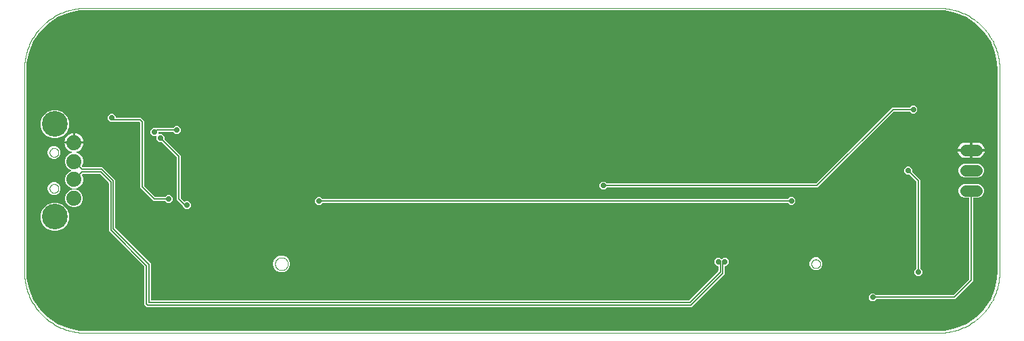
<source format=gbl>
G04 EAGLE Gerber RS-274X export*
G75*
%MOMM*%
%FSLAX34Y34*%
%LPD*%
%INBottom copper*%
%IPPOS*%
%AMOC8*
5,1,8,0,0,1.08239X$1,22.5*%
G01*
%ADD10C,0.000000*%
%ADD11C,1.879600*%
%ADD12C,3.216000*%
%ADD13C,1.422400*%
%ADD14P,0.708749X8X22.500000*%
%ADD15C,0.152400*%
%ADD16C,0.203200*%

G36*
X1143010Y2543D02*
X1143010Y2543D01*
X1143034Y2542D01*
X1150169Y2902D01*
X1150201Y2909D01*
X1150280Y2915D01*
X1164273Y5718D01*
X1164296Y5727D01*
X1164416Y5762D01*
X1177593Y11240D01*
X1177614Y11253D01*
X1177725Y11311D01*
X1189580Y19255D01*
X1189598Y19271D01*
X1189696Y19349D01*
X1199773Y29454D01*
X1199787Y29473D01*
X1199868Y29569D01*
X1207781Y41446D01*
X1207791Y41467D01*
X1207851Y41577D01*
X1213295Y54769D01*
X1213300Y54792D01*
X1213315Y54838D01*
X1213326Y54862D01*
X1213328Y54879D01*
X1213338Y54912D01*
X1216104Y68912D01*
X1216105Y68945D01*
X1216117Y69023D01*
X1216458Y76159D01*
X1216457Y76174D01*
X1216459Y76197D01*
X1216458Y77549D01*
X1216459Y77565D01*
X1216459Y328835D01*
X1216457Y328846D01*
X1216459Y330203D01*
X1216457Y330218D01*
X1216458Y330241D01*
X1216117Y337377D01*
X1216110Y337409D01*
X1216104Y337488D01*
X1213338Y351488D01*
X1213330Y351511D01*
X1213295Y351631D01*
X1207851Y364823D01*
X1207838Y364843D01*
X1207781Y364954D01*
X1199868Y376831D01*
X1199852Y376848D01*
X1199773Y376946D01*
X1189696Y387051D01*
X1189676Y387064D01*
X1189580Y387145D01*
X1177725Y395089D01*
X1177703Y395099D01*
X1177593Y395160D01*
X1164416Y400638D01*
X1164393Y400644D01*
X1164273Y400682D01*
X1150280Y403485D01*
X1150247Y403486D01*
X1150169Y403498D01*
X1143034Y403858D01*
X1143019Y403857D01*
X1142996Y403859D01*
X76200Y403859D01*
X76186Y403857D01*
X76163Y403858D01*
X69017Y403507D01*
X68985Y403500D01*
X68906Y403494D01*
X54890Y400706D01*
X54868Y400697D01*
X54748Y400662D01*
X41545Y395194D01*
X41524Y395181D01*
X41413Y395123D01*
X29531Y387184D01*
X29513Y387167D01*
X29416Y387089D01*
X19311Y376984D01*
X19297Y376965D01*
X19216Y376869D01*
X11277Y364987D01*
X11267Y364965D01*
X11206Y364855D01*
X5738Y351652D01*
X5732Y351629D01*
X5694Y351510D01*
X2906Y337494D01*
X2905Y337461D01*
X2893Y337383D01*
X2542Y330237D01*
X2543Y330223D01*
X2541Y330200D01*
X2541Y76200D01*
X2543Y76186D01*
X2542Y76163D01*
X2893Y69017D01*
X2900Y68985D01*
X2906Y68906D01*
X5694Y54890D01*
X5703Y54868D01*
X5738Y54748D01*
X11206Y41545D01*
X11219Y41524D01*
X11277Y41413D01*
X19216Y29531D01*
X19233Y29513D01*
X19264Y29474D01*
X19276Y29455D01*
X19288Y29444D01*
X19311Y29416D01*
X29416Y19311D01*
X29435Y19297D01*
X29531Y19216D01*
X41413Y11277D01*
X41435Y11267D01*
X41545Y11206D01*
X54747Y5738D01*
X54771Y5732D01*
X54890Y5694D01*
X68906Y2906D01*
X68939Y2905D01*
X69017Y2893D01*
X76163Y2542D01*
X76177Y2543D01*
X76200Y2541D01*
X1142996Y2541D01*
X1143010Y2543D01*
G37*
%LPC*%
G36*
X153282Y32257D02*
X153282Y32257D01*
X149859Y35680D01*
X149859Y82863D01*
X149845Y82953D01*
X149837Y83044D01*
X149825Y83073D01*
X149820Y83105D01*
X149777Y83186D01*
X149741Y83270D01*
X149715Y83302D01*
X149704Y83323D01*
X149681Y83345D01*
X149636Y83401D01*
X105409Y127628D01*
X105409Y187481D01*
X105395Y187571D01*
X105387Y187662D01*
X105375Y187692D01*
X105370Y187724D01*
X105327Y187805D01*
X105291Y187889D01*
X105265Y187921D01*
X105254Y187941D01*
X105231Y187964D01*
X105186Y188020D01*
X94421Y198785D01*
X94347Y198838D01*
X94277Y198898D01*
X94247Y198910D01*
X94221Y198929D01*
X94134Y198956D01*
X94049Y198990D01*
X94008Y198994D01*
X93986Y199001D01*
X93954Y199000D01*
X93882Y199008D01*
X73087Y199008D01*
X72997Y198994D01*
X72906Y198986D01*
X72876Y198974D01*
X72844Y198969D01*
X72763Y198926D01*
X72679Y198890D01*
X72647Y198864D01*
X72627Y198853D01*
X72604Y198830D01*
X72548Y198785D01*
X72066Y198303D01*
X71999Y198209D01*
X71928Y198115D01*
X71926Y198109D01*
X71923Y198103D01*
X71889Y197993D01*
X71852Y197881D01*
X71852Y197874D01*
X71850Y197868D01*
X71854Y197752D01*
X71855Y197635D01*
X71857Y197628D01*
X71857Y197623D01*
X71863Y197605D01*
X71901Y197474D01*
X73277Y194153D01*
X73277Y189707D01*
X71575Y185599D01*
X68431Y182455D01*
X64323Y180753D01*
X59877Y180753D01*
X55769Y182455D01*
X52625Y185599D01*
X50923Y189707D01*
X50923Y194153D01*
X52625Y198261D01*
X55769Y201405D01*
X58404Y202497D01*
X58465Y202535D01*
X58530Y202564D01*
X58569Y202599D01*
X58613Y202626D01*
X58659Y202682D01*
X58712Y202730D01*
X58737Y202776D01*
X58770Y202816D01*
X58796Y202883D01*
X58830Y202946D01*
X58839Y202997D01*
X58858Y203045D01*
X58861Y203117D01*
X58874Y203188D01*
X58866Y203239D01*
X58869Y203291D01*
X58849Y203360D01*
X58838Y203431D01*
X58814Y203477D01*
X58800Y203527D01*
X58759Y203586D01*
X58727Y203650D01*
X58689Y203687D01*
X58660Y203729D01*
X58602Y203772D01*
X58551Y203822D01*
X58488Y203857D01*
X58462Y203876D01*
X58440Y203883D01*
X58404Y203903D01*
X55769Y204995D01*
X52625Y208139D01*
X50923Y212247D01*
X50923Y216693D01*
X52625Y220801D01*
X55769Y223945D01*
X58948Y225262D01*
X59034Y225315D01*
X59123Y225364D01*
X59138Y225380D01*
X59157Y225392D01*
X59222Y225470D01*
X59291Y225544D01*
X59300Y225564D01*
X59314Y225581D01*
X59350Y225676D01*
X59392Y225768D01*
X59394Y225790D01*
X59402Y225811D01*
X59406Y225912D01*
X59416Y226013D01*
X59411Y226034D01*
X59412Y226056D01*
X59384Y226154D01*
X59362Y226252D01*
X59350Y226271D01*
X59344Y226293D01*
X59286Y226376D01*
X59233Y226462D01*
X59216Y226477D01*
X59204Y226495D01*
X59122Y226555D01*
X59045Y226620D01*
X59020Y226631D01*
X59006Y226642D01*
X58975Y226652D01*
X58892Y226689D01*
X57517Y227136D01*
X55843Y227989D01*
X54322Y229094D01*
X52994Y230422D01*
X51889Y231943D01*
X51036Y233617D01*
X50455Y235404D01*
X50254Y236677D01*
X61338Y236677D01*
X61358Y236680D01*
X61377Y236678D01*
X61479Y236700D01*
X61581Y236717D01*
X61598Y236726D01*
X61618Y236730D01*
X61707Y236783D01*
X61798Y236832D01*
X61812Y236846D01*
X61829Y236856D01*
X61896Y236935D01*
X61967Y237010D01*
X61976Y237028D01*
X61989Y237043D01*
X62027Y237139D01*
X62071Y237233D01*
X62073Y237253D01*
X62081Y237271D01*
X62099Y237438D01*
X62099Y238201D01*
X62101Y238201D01*
X62101Y237438D01*
X62104Y237418D01*
X62102Y237399D01*
X62124Y237297D01*
X62141Y237195D01*
X62150Y237178D01*
X62154Y237158D01*
X62207Y237069D01*
X62256Y236978D01*
X62270Y236964D01*
X62280Y236947D01*
X62359Y236880D01*
X62434Y236809D01*
X62452Y236800D01*
X62467Y236787D01*
X62563Y236748D01*
X62657Y236705D01*
X62677Y236703D01*
X62695Y236695D01*
X62862Y236677D01*
X73946Y236677D01*
X73745Y235404D01*
X73164Y233617D01*
X72311Y231943D01*
X71206Y230422D01*
X69878Y229094D01*
X68357Y227989D01*
X66683Y227136D01*
X65308Y226689D01*
X65218Y226643D01*
X65126Y226602D01*
X65109Y226587D01*
X65090Y226576D01*
X65019Y226504D01*
X64945Y226435D01*
X64934Y226416D01*
X64918Y226400D01*
X64875Y226309D01*
X64826Y226220D01*
X64822Y226198D01*
X64812Y226178D01*
X64800Y226077D01*
X64782Y225978D01*
X64785Y225956D01*
X64783Y225934D01*
X64803Y225835D01*
X64818Y225734D01*
X64828Y225715D01*
X64833Y225693D01*
X64884Y225605D01*
X64930Y225515D01*
X64945Y225500D01*
X64957Y225480D01*
X65033Y225414D01*
X65105Y225343D01*
X65129Y225330D01*
X65142Y225319D01*
X65172Y225306D01*
X65252Y225262D01*
X68431Y223945D01*
X71575Y220801D01*
X73277Y216693D01*
X73277Y212247D01*
X71901Y208926D01*
X71875Y208813D01*
X71846Y208699D01*
X71847Y208693D01*
X71845Y208687D01*
X71856Y208569D01*
X71865Y208454D01*
X71868Y208448D01*
X71868Y208442D01*
X71916Y208334D01*
X71962Y208228D01*
X71966Y208222D01*
X71968Y208217D01*
X71981Y208204D01*
X72066Y208097D01*
X72548Y207615D01*
X72622Y207562D01*
X72692Y207502D01*
X72722Y207490D01*
X72748Y207471D01*
X72835Y207444D01*
X72920Y207410D01*
X72961Y207406D01*
X72983Y207399D01*
X73015Y207400D01*
X73087Y207392D01*
X97670Y207392D01*
X113793Y191269D01*
X113793Y131416D01*
X113807Y131326D01*
X113815Y131235D01*
X113827Y131205D01*
X113832Y131173D01*
X113875Y131092D01*
X113911Y131008D01*
X113937Y130976D01*
X113948Y130956D01*
X113971Y130933D01*
X114016Y130877D01*
X158243Y86650D01*
X158243Y41402D01*
X158246Y41382D01*
X158244Y41363D01*
X158266Y41261D01*
X158282Y41159D01*
X158292Y41142D01*
X158296Y41122D01*
X158349Y41033D01*
X158398Y40942D01*
X158412Y40928D01*
X158422Y40911D01*
X158501Y40844D01*
X158576Y40772D01*
X158594Y40764D01*
X158609Y40751D01*
X158705Y40712D01*
X158799Y40669D01*
X158819Y40667D01*
X158837Y40659D01*
X159004Y40641D01*
X830482Y40641D01*
X830572Y40655D01*
X830663Y40663D01*
X830693Y40675D01*
X830725Y40680D01*
X830806Y40723D01*
X830890Y40759D01*
X830922Y40785D01*
X830942Y40796D01*
X830965Y40819D01*
X831021Y40864D01*
X867186Y77029D01*
X867239Y77103D01*
X867299Y77173D01*
X867311Y77203D01*
X867330Y77229D01*
X867357Y77316D01*
X867391Y77401D01*
X867395Y77442D01*
X867402Y77464D01*
X867401Y77496D01*
X867409Y77568D01*
X867409Y83086D01*
X867406Y83106D01*
X867408Y83125D01*
X867386Y83227D01*
X867370Y83329D01*
X867360Y83346D01*
X867356Y83366D01*
X867303Y83455D01*
X867254Y83546D01*
X867240Y83560D01*
X867230Y83577D01*
X867151Y83644D01*
X867076Y83716D01*
X867058Y83724D01*
X867043Y83737D01*
X866947Y83776D01*
X866853Y83819D01*
X866833Y83821D01*
X866815Y83829D01*
X866648Y83847D01*
X865345Y83847D01*
X862385Y86807D01*
X862385Y90993D01*
X865345Y93953D01*
X869531Y93953D01*
X871063Y92421D01*
X871079Y92409D01*
X871091Y92394D01*
X871179Y92338D01*
X871262Y92277D01*
X871281Y92272D01*
X871298Y92261D01*
X871399Y92235D01*
X871498Y92205D01*
X871517Y92206D01*
X871537Y92201D01*
X871640Y92209D01*
X871743Y92211D01*
X871762Y92218D01*
X871782Y92220D01*
X871877Y92260D01*
X871974Y92296D01*
X871990Y92308D01*
X872008Y92316D01*
X872139Y92421D01*
X873671Y93953D01*
X877857Y93953D01*
X880817Y90993D01*
X880817Y86807D01*
X877857Y83847D01*
X876554Y83847D01*
X876534Y83844D01*
X876515Y83846D01*
X876413Y83824D01*
X876311Y83808D01*
X876294Y83798D01*
X876274Y83794D01*
X876185Y83741D01*
X876094Y83692D01*
X876080Y83678D01*
X876063Y83668D01*
X875996Y83589D01*
X875924Y83514D01*
X875916Y83496D01*
X875903Y83481D01*
X875864Y83385D01*
X875821Y83291D01*
X875819Y83271D01*
X875811Y83253D01*
X875793Y83086D01*
X875793Y73780D01*
X834270Y32257D01*
X153282Y32257D01*
G37*
%LPD*%
%LPC*%
G36*
X366312Y160301D02*
X366312Y160301D01*
X363501Y163112D01*
X363501Y167088D01*
X366312Y169899D01*
X370288Y169899D01*
X372323Y167864D01*
X372397Y167811D01*
X372466Y167751D01*
X372496Y167739D01*
X372522Y167720D01*
X372609Y167693D01*
X372694Y167659D01*
X372735Y167655D01*
X372758Y167648D01*
X372790Y167649D01*
X372861Y167641D01*
X954289Y167641D01*
X954379Y167655D01*
X954470Y167663D01*
X954500Y167675D01*
X954532Y167680D01*
X954612Y167723D01*
X954696Y167759D01*
X954728Y167785D01*
X954749Y167796D01*
X954771Y167819D01*
X954827Y167864D01*
X956862Y169899D01*
X960838Y169899D01*
X963649Y167088D01*
X963649Y163112D01*
X960838Y160301D01*
X956862Y160301D01*
X954827Y162336D01*
X954753Y162389D01*
X954684Y162449D01*
X954654Y162461D01*
X954628Y162480D01*
X954541Y162507D01*
X954456Y162541D01*
X954415Y162545D01*
X954392Y162552D01*
X954360Y162551D01*
X954289Y162559D01*
X372861Y162559D01*
X372771Y162545D01*
X372680Y162537D01*
X372650Y162525D01*
X372618Y162520D01*
X372538Y162477D01*
X372454Y162441D01*
X372422Y162415D01*
X372401Y162404D01*
X372379Y162381D01*
X372323Y162336D01*
X370288Y160301D01*
X366312Y160301D01*
G37*
%LPD*%
%LPC*%
G36*
X721912Y179351D02*
X721912Y179351D01*
X719101Y182162D01*
X719101Y186138D01*
X721912Y188949D01*
X725888Y188949D01*
X727923Y186914D01*
X727997Y186861D01*
X728066Y186801D01*
X728096Y186789D01*
X728122Y186770D01*
X728209Y186743D01*
X728294Y186709D01*
X728335Y186705D01*
X728358Y186698D01*
X728390Y186699D01*
X728461Y186691D01*
X989232Y186691D01*
X989322Y186705D01*
X989413Y186713D01*
X989443Y186725D01*
X989475Y186730D01*
X989556Y186773D01*
X989640Y186809D01*
X989672Y186835D01*
X989692Y186846D01*
X989715Y186869D01*
X989771Y186914D01*
X1084798Y281941D01*
X1106689Y281941D01*
X1106779Y281955D01*
X1106870Y281963D01*
X1106900Y281975D01*
X1106932Y281980D01*
X1107012Y282023D01*
X1107096Y282059D01*
X1107128Y282085D01*
X1107149Y282096D01*
X1107171Y282119D01*
X1107227Y282164D01*
X1109262Y284199D01*
X1113238Y284199D01*
X1116049Y281388D01*
X1116049Y277412D01*
X1113238Y274601D01*
X1109262Y274601D01*
X1107227Y276636D01*
X1107153Y276689D01*
X1107084Y276749D01*
X1107054Y276761D01*
X1107028Y276780D01*
X1106941Y276807D01*
X1106856Y276841D01*
X1106815Y276845D01*
X1106792Y276852D01*
X1106760Y276851D01*
X1106689Y276859D01*
X1087218Y276859D01*
X1087128Y276845D01*
X1087037Y276837D01*
X1087007Y276825D01*
X1086975Y276820D01*
X1086894Y276777D01*
X1086810Y276741D01*
X1086778Y276715D01*
X1086758Y276704D01*
X1086735Y276681D01*
X1086679Y276636D01*
X991652Y181609D01*
X728461Y181609D01*
X728371Y181595D01*
X728280Y181587D01*
X728250Y181575D01*
X728218Y181570D01*
X728138Y181527D01*
X728054Y181491D01*
X728021Y181465D01*
X728001Y181454D01*
X727979Y181431D01*
X727923Y181386D01*
X725888Y179351D01*
X721912Y179351D01*
G37*
%LPD*%
%LPC*%
G36*
X1058462Y39651D02*
X1058462Y39651D01*
X1055651Y42462D01*
X1055651Y46438D01*
X1058462Y49249D01*
X1062438Y49249D01*
X1064473Y47214D01*
X1064547Y47161D01*
X1064616Y47101D01*
X1064646Y47089D01*
X1064672Y47070D01*
X1064759Y47043D01*
X1064844Y47009D01*
X1064885Y47005D01*
X1064908Y46998D01*
X1064940Y46999D01*
X1065011Y46991D01*
X1160682Y46991D01*
X1160772Y47005D01*
X1160863Y47013D01*
X1160893Y47025D01*
X1160925Y47030D01*
X1161006Y47073D01*
X1161090Y47109D01*
X1161122Y47135D01*
X1161142Y47146D01*
X1161165Y47169D01*
X1161221Y47214D01*
X1180876Y66869D01*
X1180929Y66943D01*
X1180989Y67013D01*
X1181001Y67043D01*
X1181020Y67069D01*
X1181047Y67156D01*
X1181081Y67241D01*
X1181085Y67282D01*
X1181092Y67304D01*
X1181091Y67336D01*
X1181099Y67408D01*
X1181099Y168402D01*
X1181096Y168422D01*
X1181098Y168441D01*
X1181076Y168543D01*
X1181060Y168645D01*
X1181050Y168662D01*
X1181046Y168682D01*
X1180993Y168771D01*
X1180944Y168862D01*
X1180930Y168876D01*
X1180920Y168893D01*
X1180841Y168960D01*
X1180766Y169032D01*
X1180748Y169040D01*
X1180733Y169053D01*
X1180637Y169092D01*
X1180543Y169135D01*
X1180523Y169137D01*
X1180505Y169145D01*
X1180338Y169163D01*
X1174810Y169163D01*
X1171636Y170478D01*
X1169206Y172908D01*
X1167891Y176082D01*
X1167891Y179518D01*
X1169206Y182692D01*
X1171636Y185122D01*
X1174810Y186437D01*
X1192470Y186437D01*
X1195644Y185122D01*
X1198074Y182692D01*
X1199389Y179518D01*
X1199389Y176082D01*
X1198074Y172908D01*
X1195644Y170478D01*
X1192470Y169163D01*
X1186942Y169163D01*
X1186922Y169160D01*
X1186903Y169162D01*
X1186801Y169140D01*
X1186699Y169124D01*
X1186682Y169114D01*
X1186662Y169110D01*
X1186573Y169057D01*
X1186482Y169008D01*
X1186468Y168994D01*
X1186451Y168984D01*
X1186384Y168905D01*
X1186312Y168830D01*
X1186304Y168812D01*
X1186291Y168797D01*
X1186252Y168701D01*
X1186209Y168607D01*
X1186207Y168587D01*
X1186199Y168569D01*
X1186181Y168402D01*
X1186181Y64988D01*
X1163102Y41909D01*
X1065011Y41909D01*
X1064921Y41895D01*
X1064830Y41887D01*
X1064800Y41875D01*
X1064768Y41870D01*
X1064688Y41827D01*
X1064604Y41791D01*
X1064571Y41765D01*
X1064551Y41754D01*
X1064529Y41731D01*
X1064473Y41686D01*
X1062438Y39651D01*
X1058462Y39651D01*
G37*
%LPD*%
%LPC*%
G36*
X34598Y243595D02*
X34598Y243595D01*
X28128Y246275D01*
X23175Y251228D01*
X20495Y257698D01*
X20495Y264702D01*
X23175Y271172D01*
X28128Y276125D01*
X34598Y278805D01*
X41602Y278805D01*
X48072Y276125D01*
X53025Y271172D01*
X55705Y264702D01*
X55705Y257698D01*
X53025Y251228D01*
X48072Y246275D01*
X41602Y243595D01*
X34598Y243595D01*
G37*
%LPD*%
%LPC*%
G36*
X34598Y127595D02*
X34598Y127595D01*
X28128Y130275D01*
X23175Y135228D01*
X20495Y141698D01*
X20495Y148702D01*
X23175Y155172D01*
X28128Y160125D01*
X34598Y162805D01*
X41602Y162805D01*
X48072Y160125D01*
X53025Y155172D01*
X55705Y148702D01*
X55705Y141698D01*
X53025Y135228D01*
X48072Y130275D01*
X41602Y127595D01*
X34598Y127595D01*
G37*
%LPD*%
%LPC*%
G36*
X178352Y162841D02*
X178352Y162841D01*
X176063Y165130D01*
X175989Y165183D01*
X175920Y165243D01*
X175890Y165255D01*
X175864Y165274D01*
X175777Y165301D01*
X175692Y165335D01*
X175651Y165339D01*
X175628Y165346D01*
X175596Y165345D01*
X175525Y165353D01*
X161613Y165353D01*
X145033Y181933D01*
X145033Y262897D01*
X145031Y262913D01*
X145032Y262928D01*
X145018Y262993D01*
X145011Y263078D01*
X144999Y263108D01*
X144994Y263140D01*
X144981Y263164D01*
X144980Y263168D01*
X144970Y263185D01*
X144951Y263221D01*
X144915Y263305D01*
X144889Y263337D01*
X144878Y263358D01*
X144855Y263380D01*
X144810Y263436D01*
X144056Y264190D01*
X143982Y264243D01*
X143912Y264303D01*
X143882Y264315D01*
X143856Y264334D01*
X143769Y264361D01*
X143684Y264395D01*
X143643Y264399D01*
X143621Y264406D01*
X143589Y264405D01*
X143518Y264413D01*
X110660Y264413D01*
X110636Y264423D01*
X110595Y264427D01*
X110573Y264434D01*
X110541Y264433D01*
X110469Y264441D01*
X107232Y264441D01*
X104421Y267252D01*
X104421Y271228D01*
X107232Y274039D01*
X111208Y274039D01*
X114019Y271228D01*
X114019Y269748D01*
X114022Y269728D01*
X114020Y269709D01*
X114042Y269607D01*
X114058Y269505D01*
X114068Y269488D01*
X114072Y269468D01*
X114125Y269379D01*
X114174Y269288D01*
X114188Y269274D01*
X114198Y269257D01*
X114277Y269190D01*
X114352Y269118D01*
X114370Y269110D01*
X114385Y269097D01*
X114481Y269058D01*
X114575Y269015D01*
X114595Y269013D01*
X114613Y269005D01*
X114780Y268987D01*
X145727Y268987D01*
X147290Y267424D01*
X149607Y265107D01*
X149607Y184143D01*
X149621Y184052D01*
X149629Y183962D01*
X149641Y183932D01*
X149646Y183900D01*
X149689Y183819D01*
X149725Y183735D01*
X149751Y183703D01*
X149762Y183682D01*
X149785Y183660D01*
X149830Y183604D01*
X163284Y170150D01*
X163358Y170097D01*
X163428Y170037D01*
X163458Y170025D01*
X163484Y170006D01*
X163571Y169979D01*
X163656Y169945D01*
X163697Y169941D01*
X163719Y169934D01*
X163751Y169935D01*
X163823Y169927D01*
X175525Y169927D01*
X175615Y169941D01*
X175706Y169949D01*
X175736Y169961D01*
X175768Y169966D01*
X175848Y170009D01*
X175932Y170045D01*
X175964Y170071D01*
X175985Y170082D01*
X176007Y170105D01*
X176063Y170150D01*
X178352Y172439D01*
X182328Y172439D01*
X185139Y169628D01*
X185139Y165652D01*
X182328Y162841D01*
X178352Y162841D01*
G37*
%LPD*%
%LPC*%
G36*
X201212Y155221D02*
X201212Y155221D01*
X198401Y158032D01*
X198401Y158729D01*
X198387Y158820D01*
X198379Y158910D01*
X198367Y158940D01*
X198362Y158972D01*
X198319Y159053D01*
X198283Y159137D01*
X198257Y159169D01*
X198246Y159190D01*
X198223Y159212D01*
X198178Y159268D01*
X190753Y166693D01*
X190753Y219717D01*
X190739Y219808D01*
X190731Y219898D01*
X190719Y219928D01*
X190714Y219960D01*
X190671Y220041D01*
X190635Y220125D01*
X190609Y220157D01*
X190598Y220178D01*
X190575Y220200D01*
X190530Y220256D01*
X171968Y238818D01*
X171894Y238871D01*
X171824Y238931D01*
X171794Y238943D01*
X171768Y238962D01*
X171681Y238989D01*
X171596Y239023D01*
X171555Y239027D01*
X171533Y239034D01*
X171501Y239033D01*
X171429Y239041D01*
X168192Y239041D01*
X165381Y241852D01*
X165381Y245900D01*
X165378Y245920D01*
X165380Y245939D01*
X165358Y246041D01*
X165342Y246143D01*
X165332Y246160D01*
X165328Y246180D01*
X165275Y246269D01*
X165226Y246360D01*
X165212Y246374D01*
X165202Y246391D01*
X165123Y246458D01*
X165048Y246530D01*
X165030Y246538D01*
X165015Y246551D01*
X164919Y246590D01*
X164825Y246633D01*
X164805Y246635D01*
X164787Y246643D01*
X164620Y246661D01*
X160572Y246661D01*
X157761Y249472D01*
X157761Y253448D01*
X160572Y256259D01*
X163809Y256259D01*
X163900Y256273D01*
X163990Y256281D01*
X164005Y256287D01*
X185685Y256287D01*
X185775Y256301D01*
X185866Y256309D01*
X185896Y256321D01*
X185928Y256326D01*
X186008Y256369D01*
X186092Y256405D01*
X186124Y256431D01*
X186145Y256442D01*
X186167Y256465D01*
X186223Y256510D01*
X188512Y258799D01*
X192488Y258799D01*
X195299Y255988D01*
X195299Y252012D01*
X192488Y249201D01*
X188512Y249201D01*
X186223Y251490D01*
X186149Y251543D01*
X186080Y251603D01*
X186050Y251615D01*
X186024Y251634D01*
X185937Y251661D01*
X185852Y251695D01*
X185811Y251699D01*
X185788Y251706D01*
X185756Y251705D01*
X185685Y251713D01*
X168120Y251713D01*
X168100Y251710D01*
X168081Y251712D01*
X167979Y251690D01*
X167877Y251674D01*
X167860Y251664D01*
X167840Y251660D01*
X167751Y251607D01*
X167660Y251558D01*
X167646Y251544D01*
X167629Y251534D01*
X167562Y251455D01*
X167490Y251380D01*
X167482Y251362D01*
X167469Y251347D01*
X167430Y251251D01*
X167387Y251157D01*
X167385Y251137D01*
X167377Y251119D01*
X167359Y250952D01*
X167359Y249400D01*
X167362Y249380D01*
X167360Y249361D01*
X167382Y249259D01*
X167398Y249157D01*
X167408Y249140D01*
X167412Y249120D01*
X167465Y249031D01*
X167514Y248940D01*
X167528Y248926D01*
X167538Y248909D01*
X167617Y248842D01*
X167692Y248770D01*
X167710Y248762D01*
X167725Y248749D01*
X167821Y248710D01*
X167915Y248667D01*
X167935Y248665D01*
X167953Y248657D01*
X168120Y248639D01*
X172168Y248639D01*
X174979Y245828D01*
X174979Y242591D01*
X174993Y242500D01*
X175001Y242410D01*
X175013Y242380D01*
X175018Y242348D01*
X175061Y242267D01*
X175097Y242183D01*
X175123Y242151D01*
X175134Y242130D01*
X175157Y242108D01*
X175202Y242052D01*
X195327Y221927D01*
X195327Y168903D01*
X195341Y168812D01*
X195349Y168722D01*
X195361Y168692D01*
X195366Y168660D01*
X195409Y168579D01*
X195445Y168495D01*
X195471Y168463D01*
X195482Y168442D01*
X195505Y168420D01*
X195550Y168364D01*
X199615Y164298D01*
X199632Y164287D01*
X199644Y164271D01*
X199731Y164215D01*
X199815Y164155D01*
X199834Y164149D01*
X199851Y164138D01*
X199951Y164113D01*
X200050Y164083D01*
X200070Y164083D01*
X200090Y164078D01*
X200193Y164086D01*
X200296Y164089D01*
X200315Y164096D01*
X200335Y164097D01*
X200430Y164138D01*
X200527Y164173D01*
X200543Y164186D01*
X200561Y164194D01*
X200692Y164298D01*
X201212Y164819D01*
X205188Y164819D01*
X207999Y162008D01*
X207999Y158032D01*
X205188Y155221D01*
X201212Y155221D01*
G37*
%LPD*%
%LPC*%
G36*
X1115612Y71401D02*
X1115612Y71401D01*
X1112801Y74212D01*
X1112801Y78188D01*
X1115090Y80477D01*
X1115143Y80551D01*
X1115203Y80620D01*
X1115215Y80650D01*
X1115234Y80676D01*
X1115261Y80763D01*
X1115295Y80848D01*
X1115299Y80889D01*
X1115306Y80912D01*
X1115305Y80944D01*
X1115313Y81015D01*
X1115313Y189237D01*
X1115299Y189328D01*
X1115291Y189418D01*
X1115279Y189448D01*
X1115274Y189480D01*
X1115231Y189561D01*
X1115195Y189645D01*
X1115169Y189677D01*
X1115158Y189698D01*
X1115135Y189720D01*
X1115090Y189776D01*
X1106688Y198178D01*
X1106614Y198231D01*
X1106544Y198291D01*
X1106514Y198303D01*
X1106488Y198322D01*
X1106401Y198349D01*
X1106316Y198383D01*
X1106275Y198387D01*
X1106253Y198394D01*
X1106221Y198393D01*
X1106149Y198401D01*
X1102912Y198401D01*
X1100101Y201212D01*
X1100101Y205188D01*
X1102912Y207999D01*
X1106888Y207999D01*
X1109699Y205188D01*
X1109699Y201951D01*
X1109713Y201860D01*
X1109721Y201770D01*
X1109733Y201740D01*
X1109738Y201708D01*
X1109781Y201627D01*
X1109817Y201543D01*
X1109843Y201511D01*
X1109854Y201490D01*
X1109877Y201468D01*
X1109922Y201412D01*
X1119887Y191447D01*
X1119887Y81015D01*
X1119901Y80925D01*
X1119909Y80834D01*
X1119921Y80804D01*
X1119926Y80772D01*
X1119969Y80692D01*
X1120005Y80608D01*
X1120031Y80576D01*
X1120042Y80555D01*
X1120065Y80533D01*
X1120110Y80477D01*
X1122399Y78188D01*
X1122399Y74212D01*
X1119588Y71401D01*
X1115612Y71401D01*
G37*
%LPD*%
%LPC*%
G36*
X1174810Y194563D02*
X1174810Y194563D01*
X1171636Y195878D01*
X1169206Y198308D01*
X1167891Y201482D01*
X1167891Y204918D01*
X1169206Y208092D01*
X1171636Y210522D01*
X1174810Y211837D01*
X1192470Y211837D01*
X1195644Y210522D01*
X1198074Y208092D01*
X1199389Y204918D01*
X1199389Y201482D01*
X1198074Y198308D01*
X1195644Y195878D01*
X1192470Y194563D01*
X1174810Y194563D01*
G37*
%LPD*%
%LPC*%
G36*
X59927Y157277D02*
X59927Y157277D01*
X55913Y158940D01*
X52840Y162013D01*
X51177Y166027D01*
X51177Y170373D01*
X52840Y174387D01*
X55913Y177460D01*
X59927Y179123D01*
X64273Y179123D01*
X68287Y177460D01*
X71360Y174387D01*
X73023Y170373D01*
X73023Y166027D01*
X71360Y162013D01*
X68287Y158940D01*
X64273Y157277D01*
X59927Y157277D01*
G37*
%LPD*%
%LPC*%
G36*
X319383Y75819D02*
X319383Y75819D01*
X315509Y77424D01*
X312544Y80389D01*
X310939Y84263D01*
X310939Y88457D01*
X312544Y92331D01*
X315509Y95296D01*
X319383Y96901D01*
X323577Y96901D01*
X327451Y95296D01*
X330416Y92331D01*
X332021Y88457D01*
X332021Y84263D01*
X330416Y80389D01*
X327451Y77424D01*
X323577Y75819D01*
X319383Y75819D01*
G37*
%LPD*%
%LPC*%
G36*
X987881Y78319D02*
X987881Y78319D01*
X984925Y79543D01*
X982663Y81805D01*
X981439Y84761D01*
X981439Y87959D01*
X982663Y90915D01*
X984925Y93177D01*
X987881Y94401D01*
X991079Y94401D01*
X994035Y93177D01*
X996297Y90915D01*
X997521Y87959D01*
X997521Y84761D01*
X996297Y81805D01*
X994035Y79543D01*
X991079Y78319D01*
X987881Y78319D01*
G37*
%LPD*%
%LPC*%
G36*
X35501Y172659D02*
X35501Y172659D01*
X32545Y173883D01*
X30283Y176145D01*
X29059Y179101D01*
X29059Y182299D01*
X30283Y185255D01*
X32545Y187517D01*
X35501Y188741D01*
X38699Y188741D01*
X41655Y187517D01*
X43917Y185255D01*
X45141Y182299D01*
X45141Y179101D01*
X43917Y176145D01*
X41655Y173883D01*
X38699Y172659D01*
X35501Y172659D01*
G37*
%LPD*%
%LPC*%
G36*
X35501Y217659D02*
X35501Y217659D01*
X32545Y218883D01*
X30283Y221145D01*
X29059Y224101D01*
X29059Y227299D01*
X30283Y230255D01*
X32545Y232517D01*
X35501Y233741D01*
X38699Y233741D01*
X41655Y232517D01*
X43917Y230255D01*
X45141Y227299D01*
X45141Y224101D01*
X43917Y221145D01*
X41655Y218883D01*
X38699Y217659D01*
X35501Y217659D01*
G37*
%LPD*%
%LPC*%
G36*
X1185163Y230123D02*
X1185163Y230123D01*
X1185163Y238253D01*
X1191512Y238253D01*
X1193012Y238015D01*
X1194457Y237546D01*
X1195811Y236856D01*
X1197040Y235963D01*
X1198115Y234888D01*
X1199008Y233659D01*
X1199698Y232305D01*
X1200167Y230860D01*
X1200284Y230123D01*
X1185163Y230123D01*
G37*
%LPD*%
%LPC*%
G36*
X1166996Y230123D02*
X1166996Y230123D01*
X1167113Y230860D01*
X1167582Y232305D01*
X1168272Y233659D01*
X1169165Y234888D01*
X1170240Y235963D01*
X1171469Y236856D01*
X1172823Y237546D01*
X1174268Y238015D01*
X1175768Y238253D01*
X1182117Y238253D01*
X1182117Y230123D01*
X1166996Y230123D01*
G37*
%LPD*%
%LPC*%
G36*
X1185163Y218947D02*
X1185163Y218947D01*
X1185163Y227077D01*
X1200284Y227077D01*
X1200167Y226340D01*
X1199698Y224895D01*
X1199008Y223541D01*
X1198115Y222312D01*
X1197040Y221237D01*
X1195811Y220344D01*
X1194457Y219654D01*
X1193012Y219185D01*
X1191512Y218947D01*
X1185163Y218947D01*
G37*
%LPD*%
%LPC*%
G36*
X1175768Y218947D02*
X1175768Y218947D01*
X1174268Y219185D01*
X1172823Y219654D01*
X1171469Y220344D01*
X1170240Y221237D01*
X1169165Y222312D01*
X1168272Y223541D01*
X1167582Y224895D01*
X1167113Y226340D01*
X1166996Y227077D01*
X1182117Y227077D01*
X1182117Y218947D01*
X1175768Y218947D01*
G37*
%LPD*%
%LPC*%
G36*
X63623Y239723D02*
X63623Y239723D01*
X63623Y250046D01*
X64896Y249845D01*
X66683Y249264D01*
X68357Y248411D01*
X69878Y247306D01*
X71206Y245978D01*
X72311Y244457D01*
X73164Y242783D01*
X73745Y240996D01*
X73946Y239723D01*
X63623Y239723D01*
G37*
%LPD*%
%LPC*%
G36*
X50254Y239723D02*
X50254Y239723D01*
X50455Y240996D01*
X51036Y242783D01*
X51889Y244457D01*
X52994Y245978D01*
X54322Y247306D01*
X55843Y248411D01*
X57517Y249264D01*
X59304Y249845D01*
X60577Y250046D01*
X60577Y239723D01*
X50254Y239723D01*
G37*
%LPD*%
%LPC*%
G36*
X1183639Y228599D02*
X1183639Y228599D01*
X1183639Y228601D01*
X1183641Y228601D01*
X1183641Y228599D01*
X1183639Y228599D01*
G37*
%LPD*%
D10*
X76200Y0D02*
X1143000Y0D01*
X1219000Y76200D02*
X1219000Y330200D01*
X1143000Y406400D02*
X76200Y406400D01*
X0Y330200D02*
X0Y76200D01*
X22Y74359D01*
X89Y72519D01*
X200Y70680D01*
X356Y68846D01*
X556Y67015D01*
X800Y65190D01*
X1088Y63371D01*
X1420Y61560D01*
X1795Y59757D01*
X2214Y57964D01*
X2676Y56182D01*
X3182Y54411D01*
X3729Y52653D01*
X4320Y50909D01*
X4952Y49179D01*
X5625Y47465D01*
X6340Y45768D01*
X7096Y44089D01*
X7892Y42429D01*
X8728Y40788D01*
X9604Y39168D01*
X10518Y37570D01*
X11471Y35994D01*
X12461Y34441D01*
X13489Y32913D01*
X14553Y31411D01*
X15653Y29934D01*
X16789Y28485D01*
X17959Y27063D01*
X19163Y25670D01*
X20401Y24307D01*
X21671Y22973D01*
X22973Y21671D01*
X24307Y20401D01*
X25670Y19163D01*
X27063Y17959D01*
X28485Y16789D01*
X29934Y15653D01*
X31411Y14553D01*
X32913Y13489D01*
X34441Y12461D01*
X35994Y11471D01*
X37570Y10518D01*
X39168Y9604D01*
X40788Y8728D01*
X42429Y7892D01*
X44089Y7096D01*
X45768Y6340D01*
X47465Y5625D01*
X49179Y4952D01*
X50909Y4320D01*
X52653Y3729D01*
X54411Y3182D01*
X56182Y2676D01*
X57964Y2214D01*
X59757Y1795D01*
X61560Y1420D01*
X63371Y1088D01*
X65190Y800D01*
X67015Y556D01*
X68846Y356D01*
X70680Y200D01*
X72519Y89D01*
X74359Y22D01*
X76200Y0D01*
X0Y330200D02*
X22Y332041D01*
X89Y333881D01*
X200Y335720D01*
X356Y337554D01*
X556Y339385D01*
X800Y341210D01*
X1088Y343029D01*
X1420Y344840D01*
X1795Y346643D01*
X2214Y348436D01*
X2676Y350218D01*
X3182Y351989D01*
X3729Y353747D01*
X4320Y355491D01*
X4952Y357221D01*
X5625Y358935D01*
X6340Y360632D01*
X7096Y362311D01*
X7892Y363971D01*
X8728Y365612D01*
X9604Y367232D01*
X10518Y368830D01*
X11471Y370406D01*
X12461Y371959D01*
X13489Y373487D01*
X14553Y374989D01*
X15653Y376466D01*
X16789Y377915D01*
X17959Y379337D01*
X19163Y380730D01*
X20401Y382093D01*
X21671Y383427D01*
X22973Y384729D01*
X24307Y385999D01*
X25670Y387237D01*
X27063Y388441D01*
X28485Y389611D01*
X29934Y390747D01*
X31411Y391847D01*
X32913Y392911D01*
X34441Y393939D01*
X35994Y394929D01*
X37570Y395882D01*
X39168Y396796D01*
X40788Y397672D01*
X42429Y398508D01*
X44089Y399304D01*
X45768Y400060D01*
X47465Y400775D01*
X49179Y401448D01*
X50909Y402080D01*
X52653Y402671D01*
X54411Y403218D01*
X56182Y403724D01*
X57964Y404186D01*
X59757Y404605D01*
X61560Y404980D01*
X63371Y405312D01*
X65190Y405600D01*
X67015Y405844D01*
X68846Y406044D01*
X70680Y406200D01*
X72519Y406311D01*
X74359Y406378D01*
X76200Y406400D01*
X1143000Y406400D02*
X1144839Y406375D01*
X1146677Y406306D01*
X1148512Y406193D01*
X1150344Y406035D01*
X1152172Y405833D01*
X1153995Y405587D01*
X1155811Y405297D01*
X1157619Y404963D01*
X1159419Y404586D01*
X1161209Y404165D01*
X1162989Y403701D01*
X1164756Y403194D01*
X1166511Y402644D01*
X1168252Y402053D01*
X1169979Y401419D01*
X1171690Y400744D01*
X1173383Y400028D01*
X1175059Y399271D01*
X1176716Y398474D01*
X1178354Y397637D01*
X1179971Y396760D01*
X1181566Y395845D01*
X1183138Y394892D01*
X1184687Y393901D01*
X1186212Y392872D01*
X1187711Y391807D01*
X1189184Y390707D01*
X1190631Y389571D01*
X1192049Y388400D01*
X1193438Y387195D01*
X1194798Y385957D01*
X1196128Y384687D01*
X1197427Y383385D01*
X1198694Y382052D01*
X1199928Y380689D01*
X1201129Y379296D01*
X1202296Y377875D01*
X1203428Y376426D01*
X1204525Y374950D01*
X1205586Y373447D01*
X1206610Y371920D01*
X1207597Y370368D01*
X1208547Y368793D01*
X1209458Y367196D01*
X1210330Y365577D01*
X1211162Y363937D01*
X1211955Y362278D01*
X1212708Y360600D01*
X1213420Y358904D01*
X1214090Y357192D01*
X1214719Y355464D01*
X1215306Y353721D01*
X1215851Y351965D01*
X1216353Y350196D01*
X1216813Y348415D01*
X1217229Y346624D01*
X1217601Y344823D01*
X1217931Y343013D01*
X1218216Y341197D01*
X1218457Y339374D01*
X1218654Y337545D01*
X1218807Y335713D01*
X1218916Y333877D01*
X1218980Y332039D01*
X1219000Y330200D01*
X1219000Y76200D02*
X1218980Y74361D01*
X1218916Y72523D01*
X1218807Y70687D01*
X1218654Y68855D01*
X1218457Y67026D01*
X1218216Y65203D01*
X1217931Y63387D01*
X1217601Y61577D01*
X1217229Y59776D01*
X1216813Y57985D01*
X1216353Y56204D01*
X1215851Y54435D01*
X1215306Y52679D01*
X1214719Y50936D01*
X1214090Y49208D01*
X1213420Y47496D01*
X1212708Y45800D01*
X1211955Y44122D01*
X1211162Y42463D01*
X1210330Y40823D01*
X1209458Y39204D01*
X1208547Y37607D01*
X1207597Y36032D01*
X1206610Y34480D01*
X1205586Y32953D01*
X1204525Y31450D01*
X1203428Y29974D01*
X1202296Y28525D01*
X1201129Y27104D01*
X1199928Y25711D01*
X1198694Y24348D01*
X1197427Y23015D01*
X1196128Y21713D01*
X1194798Y20443D01*
X1193438Y19205D01*
X1192049Y18000D01*
X1190631Y16829D01*
X1189184Y15693D01*
X1187711Y14593D01*
X1186212Y13528D01*
X1184687Y12499D01*
X1183138Y11508D01*
X1181566Y10555D01*
X1179971Y9640D01*
X1178354Y8763D01*
X1176716Y7926D01*
X1175059Y7129D01*
X1173383Y6372D01*
X1171690Y5656D01*
X1169979Y4981D01*
X1168252Y4347D01*
X1166511Y3756D01*
X1164756Y3206D01*
X1162989Y2699D01*
X1161209Y2235D01*
X1159419Y1814D01*
X1157619Y1437D01*
X1155811Y1103D01*
X1153995Y813D01*
X1152172Y567D01*
X1150344Y365D01*
X1148512Y207D01*
X1146677Y94D01*
X1144839Y25D01*
X1143000Y0D01*
D11*
X62100Y238200D03*
X62100Y214470D03*
X62100Y191930D03*
X62100Y168200D03*
D12*
X38100Y145200D03*
X38100Y261200D03*
D10*
X31600Y225700D02*
X31602Y225848D01*
X31608Y225996D01*
X31618Y226144D01*
X31632Y226292D01*
X31650Y226439D01*
X31672Y226586D01*
X31698Y226732D01*
X31727Y226877D01*
X31761Y227022D01*
X31799Y227165D01*
X31840Y227308D01*
X31885Y227449D01*
X31935Y227589D01*
X31987Y227727D01*
X32044Y227865D01*
X32104Y228000D01*
X32168Y228134D01*
X32235Y228266D01*
X32306Y228396D01*
X32381Y228525D01*
X32459Y228651D01*
X32540Y228775D01*
X32624Y228897D01*
X32712Y229016D01*
X32803Y229133D01*
X32897Y229248D01*
X32995Y229360D01*
X33095Y229469D01*
X33198Y229576D01*
X33304Y229680D01*
X33412Y229781D01*
X33524Y229879D01*
X33638Y229974D01*
X33754Y230065D01*
X33873Y230154D01*
X33994Y230239D01*
X34118Y230321D01*
X34244Y230400D01*
X34371Y230475D01*
X34501Y230547D01*
X34633Y230616D01*
X34766Y230680D01*
X34901Y230741D01*
X35038Y230799D01*
X35176Y230853D01*
X35316Y230903D01*
X35457Y230949D01*
X35599Y230991D01*
X35742Y231030D01*
X35886Y231064D01*
X36032Y231095D01*
X36177Y231122D01*
X36324Y231145D01*
X36471Y231164D01*
X36619Y231179D01*
X36766Y231190D01*
X36915Y231197D01*
X37063Y231200D01*
X37211Y231199D01*
X37359Y231194D01*
X37507Y231185D01*
X37655Y231172D01*
X37803Y231155D01*
X37949Y231134D01*
X38096Y231109D01*
X38241Y231080D01*
X38386Y231048D01*
X38529Y231011D01*
X38672Y230971D01*
X38814Y230926D01*
X38954Y230878D01*
X39093Y230826D01*
X39230Y230771D01*
X39366Y230711D01*
X39501Y230648D01*
X39633Y230582D01*
X39764Y230512D01*
X39893Y230438D01*
X40019Y230361D01*
X40144Y230281D01*
X40266Y230197D01*
X40387Y230110D01*
X40504Y230020D01*
X40620Y229926D01*
X40732Y229830D01*
X40842Y229731D01*
X40950Y229628D01*
X41054Y229523D01*
X41156Y229415D01*
X41254Y229304D01*
X41350Y229191D01*
X41443Y229075D01*
X41532Y228957D01*
X41618Y228836D01*
X41701Y228713D01*
X41781Y228588D01*
X41857Y228461D01*
X41930Y228331D01*
X41999Y228200D01*
X42064Y228067D01*
X42127Y227933D01*
X42185Y227796D01*
X42240Y227658D01*
X42290Y227519D01*
X42338Y227378D01*
X42381Y227237D01*
X42421Y227094D01*
X42456Y226950D01*
X42488Y226805D01*
X42516Y226659D01*
X42540Y226513D01*
X42560Y226366D01*
X42576Y226218D01*
X42588Y226071D01*
X42596Y225922D01*
X42600Y225774D01*
X42600Y225626D01*
X42596Y225478D01*
X42588Y225329D01*
X42576Y225182D01*
X42560Y225034D01*
X42540Y224887D01*
X42516Y224741D01*
X42488Y224595D01*
X42456Y224450D01*
X42421Y224306D01*
X42381Y224163D01*
X42338Y224022D01*
X42290Y223881D01*
X42240Y223742D01*
X42185Y223604D01*
X42127Y223467D01*
X42064Y223333D01*
X41999Y223200D01*
X41930Y223069D01*
X41857Y222939D01*
X41781Y222812D01*
X41701Y222687D01*
X41618Y222564D01*
X41532Y222443D01*
X41443Y222325D01*
X41350Y222209D01*
X41254Y222096D01*
X41156Y221985D01*
X41054Y221877D01*
X40950Y221772D01*
X40842Y221669D01*
X40732Y221570D01*
X40620Y221474D01*
X40504Y221380D01*
X40387Y221290D01*
X40266Y221203D01*
X40144Y221119D01*
X40019Y221039D01*
X39893Y220962D01*
X39764Y220888D01*
X39633Y220818D01*
X39501Y220752D01*
X39366Y220689D01*
X39230Y220629D01*
X39093Y220574D01*
X38954Y220522D01*
X38814Y220474D01*
X38672Y220429D01*
X38529Y220389D01*
X38386Y220352D01*
X38241Y220320D01*
X38096Y220291D01*
X37949Y220266D01*
X37803Y220245D01*
X37655Y220228D01*
X37507Y220215D01*
X37359Y220206D01*
X37211Y220201D01*
X37063Y220200D01*
X36915Y220203D01*
X36766Y220210D01*
X36619Y220221D01*
X36471Y220236D01*
X36324Y220255D01*
X36177Y220278D01*
X36032Y220305D01*
X35886Y220336D01*
X35742Y220370D01*
X35599Y220409D01*
X35457Y220451D01*
X35316Y220497D01*
X35176Y220547D01*
X35038Y220601D01*
X34901Y220659D01*
X34766Y220720D01*
X34633Y220784D01*
X34501Y220853D01*
X34371Y220925D01*
X34244Y221000D01*
X34118Y221079D01*
X33994Y221161D01*
X33873Y221246D01*
X33754Y221335D01*
X33638Y221426D01*
X33524Y221521D01*
X33412Y221619D01*
X33304Y221720D01*
X33198Y221824D01*
X33095Y221931D01*
X32995Y222040D01*
X32897Y222152D01*
X32803Y222267D01*
X32712Y222384D01*
X32624Y222503D01*
X32540Y222625D01*
X32459Y222749D01*
X32381Y222875D01*
X32306Y223004D01*
X32235Y223134D01*
X32168Y223266D01*
X32104Y223400D01*
X32044Y223535D01*
X31987Y223673D01*
X31935Y223811D01*
X31885Y223951D01*
X31840Y224092D01*
X31799Y224235D01*
X31761Y224378D01*
X31727Y224523D01*
X31698Y224668D01*
X31672Y224814D01*
X31650Y224961D01*
X31632Y225108D01*
X31618Y225256D01*
X31608Y225404D01*
X31602Y225552D01*
X31600Y225700D01*
X31600Y180700D02*
X31602Y180848D01*
X31608Y180996D01*
X31618Y181144D01*
X31632Y181292D01*
X31650Y181439D01*
X31672Y181586D01*
X31698Y181732D01*
X31727Y181877D01*
X31761Y182022D01*
X31799Y182165D01*
X31840Y182308D01*
X31885Y182449D01*
X31935Y182589D01*
X31987Y182727D01*
X32044Y182865D01*
X32104Y183000D01*
X32168Y183134D01*
X32235Y183266D01*
X32306Y183396D01*
X32381Y183525D01*
X32459Y183651D01*
X32540Y183775D01*
X32624Y183897D01*
X32712Y184016D01*
X32803Y184133D01*
X32897Y184248D01*
X32995Y184360D01*
X33095Y184469D01*
X33198Y184576D01*
X33304Y184680D01*
X33412Y184781D01*
X33524Y184879D01*
X33638Y184974D01*
X33754Y185065D01*
X33873Y185154D01*
X33994Y185239D01*
X34118Y185321D01*
X34244Y185400D01*
X34371Y185475D01*
X34501Y185547D01*
X34633Y185616D01*
X34766Y185680D01*
X34901Y185741D01*
X35038Y185799D01*
X35176Y185853D01*
X35316Y185903D01*
X35457Y185949D01*
X35599Y185991D01*
X35742Y186030D01*
X35886Y186064D01*
X36032Y186095D01*
X36177Y186122D01*
X36324Y186145D01*
X36471Y186164D01*
X36619Y186179D01*
X36766Y186190D01*
X36915Y186197D01*
X37063Y186200D01*
X37211Y186199D01*
X37359Y186194D01*
X37507Y186185D01*
X37655Y186172D01*
X37803Y186155D01*
X37949Y186134D01*
X38096Y186109D01*
X38241Y186080D01*
X38386Y186048D01*
X38529Y186011D01*
X38672Y185971D01*
X38814Y185926D01*
X38954Y185878D01*
X39093Y185826D01*
X39230Y185771D01*
X39366Y185711D01*
X39501Y185648D01*
X39633Y185582D01*
X39764Y185512D01*
X39893Y185438D01*
X40019Y185361D01*
X40144Y185281D01*
X40266Y185197D01*
X40387Y185110D01*
X40504Y185020D01*
X40620Y184926D01*
X40732Y184830D01*
X40842Y184731D01*
X40950Y184628D01*
X41054Y184523D01*
X41156Y184415D01*
X41254Y184304D01*
X41350Y184191D01*
X41443Y184075D01*
X41532Y183957D01*
X41618Y183836D01*
X41701Y183713D01*
X41781Y183588D01*
X41857Y183461D01*
X41930Y183331D01*
X41999Y183200D01*
X42064Y183067D01*
X42127Y182933D01*
X42185Y182796D01*
X42240Y182658D01*
X42290Y182519D01*
X42338Y182378D01*
X42381Y182237D01*
X42421Y182094D01*
X42456Y181950D01*
X42488Y181805D01*
X42516Y181659D01*
X42540Y181513D01*
X42560Y181366D01*
X42576Y181218D01*
X42588Y181071D01*
X42596Y180922D01*
X42600Y180774D01*
X42600Y180626D01*
X42596Y180478D01*
X42588Y180329D01*
X42576Y180182D01*
X42560Y180034D01*
X42540Y179887D01*
X42516Y179741D01*
X42488Y179595D01*
X42456Y179450D01*
X42421Y179306D01*
X42381Y179163D01*
X42338Y179022D01*
X42290Y178881D01*
X42240Y178742D01*
X42185Y178604D01*
X42127Y178467D01*
X42064Y178333D01*
X41999Y178200D01*
X41930Y178069D01*
X41857Y177939D01*
X41781Y177812D01*
X41701Y177687D01*
X41618Y177564D01*
X41532Y177443D01*
X41443Y177325D01*
X41350Y177209D01*
X41254Y177096D01*
X41156Y176985D01*
X41054Y176877D01*
X40950Y176772D01*
X40842Y176669D01*
X40732Y176570D01*
X40620Y176474D01*
X40504Y176380D01*
X40387Y176290D01*
X40266Y176203D01*
X40144Y176119D01*
X40019Y176039D01*
X39893Y175962D01*
X39764Y175888D01*
X39633Y175818D01*
X39501Y175752D01*
X39366Y175689D01*
X39230Y175629D01*
X39093Y175574D01*
X38954Y175522D01*
X38814Y175474D01*
X38672Y175429D01*
X38529Y175389D01*
X38386Y175352D01*
X38241Y175320D01*
X38096Y175291D01*
X37949Y175266D01*
X37803Y175245D01*
X37655Y175228D01*
X37507Y175215D01*
X37359Y175206D01*
X37211Y175201D01*
X37063Y175200D01*
X36915Y175203D01*
X36766Y175210D01*
X36619Y175221D01*
X36471Y175236D01*
X36324Y175255D01*
X36177Y175278D01*
X36032Y175305D01*
X35886Y175336D01*
X35742Y175370D01*
X35599Y175409D01*
X35457Y175451D01*
X35316Y175497D01*
X35176Y175547D01*
X35038Y175601D01*
X34901Y175659D01*
X34766Y175720D01*
X34633Y175784D01*
X34501Y175853D01*
X34371Y175925D01*
X34244Y176000D01*
X34118Y176079D01*
X33994Y176161D01*
X33873Y176246D01*
X33754Y176335D01*
X33638Y176426D01*
X33524Y176521D01*
X33412Y176619D01*
X33304Y176720D01*
X33198Y176824D01*
X33095Y176931D01*
X32995Y177040D01*
X32897Y177152D01*
X32803Y177267D01*
X32712Y177384D01*
X32624Y177503D01*
X32540Y177625D01*
X32459Y177749D01*
X32381Y177875D01*
X32306Y178004D01*
X32235Y178134D01*
X32168Y178266D01*
X32104Y178400D01*
X32044Y178535D01*
X31987Y178673D01*
X31935Y178811D01*
X31885Y178951D01*
X31840Y179092D01*
X31799Y179235D01*
X31761Y179378D01*
X31727Y179523D01*
X31698Y179668D01*
X31672Y179814D01*
X31650Y179961D01*
X31632Y180108D01*
X31618Y180256D01*
X31608Y180404D01*
X31602Y180552D01*
X31600Y180700D01*
D13*
X1176528Y228600D02*
X1190752Y228600D01*
X1190752Y203200D02*
X1176528Y203200D01*
X1176528Y177800D02*
X1190752Y177800D01*
D10*
X313480Y86360D02*
X313482Y86556D01*
X313490Y86753D01*
X313502Y86949D01*
X313519Y87144D01*
X313540Y87339D01*
X313567Y87534D01*
X313598Y87728D01*
X313634Y87921D01*
X313674Y88113D01*
X313720Y88304D01*
X313770Y88494D01*
X313824Y88682D01*
X313884Y88869D01*
X313948Y89055D01*
X314016Y89239D01*
X314089Y89421D01*
X314166Y89602D01*
X314248Y89780D01*
X314334Y89957D01*
X314425Y90131D01*
X314519Y90303D01*
X314618Y90473D01*
X314721Y90640D01*
X314828Y90805D01*
X314939Y90966D01*
X315054Y91126D01*
X315173Y91282D01*
X315296Y91435D01*
X315422Y91585D01*
X315552Y91732D01*
X315686Y91876D01*
X315823Y92017D01*
X315964Y92154D01*
X316108Y92288D01*
X316255Y92418D01*
X316405Y92544D01*
X316558Y92667D01*
X316714Y92786D01*
X316874Y92901D01*
X317035Y93012D01*
X317200Y93119D01*
X317367Y93222D01*
X317537Y93321D01*
X317709Y93415D01*
X317883Y93506D01*
X318060Y93592D01*
X318238Y93674D01*
X318419Y93751D01*
X318601Y93824D01*
X318785Y93892D01*
X318971Y93956D01*
X319158Y94016D01*
X319346Y94070D01*
X319536Y94120D01*
X319727Y94166D01*
X319919Y94206D01*
X320112Y94242D01*
X320306Y94273D01*
X320501Y94300D01*
X320696Y94321D01*
X320891Y94338D01*
X321087Y94350D01*
X321284Y94358D01*
X321480Y94360D01*
X321676Y94358D01*
X321873Y94350D01*
X322069Y94338D01*
X322264Y94321D01*
X322459Y94300D01*
X322654Y94273D01*
X322848Y94242D01*
X323041Y94206D01*
X323233Y94166D01*
X323424Y94120D01*
X323614Y94070D01*
X323802Y94016D01*
X323989Y93956D01*
X324175Y93892D01*
X324359Y93824D01*
X324541Y93751D01*
X324722Y93674D01*
X324900Y93592D01*
X325077Y93506D01*
X325251Y93415D01*
X325423Y93321D01*
X325593Y93222D01*
X325760Y93119D01*
X325925Y93012D01*
X326086Y92901D01*
X326246Y92786D01*
X326402Y92667D01*
X326555Y92544D01*
X326705Y92418D01*
X326852Y92288D01*
X326996Y92154D01*
X327137Y92017D01*
X327274Y91876D01*
X327408Y91732D01*
X327538Y91585D01*
X327664Y91435D01*
X327787Y91282D01*
X327906Y91126D01*
X328021Y90966D01*
X328132Y90805D01*
X328239Y90640D01*
X328342Y90473D01*
X328441Y90303D01*
X328535Y90131D01*
X328626Y89957D01*
X328712Y89780D01*
X328794Y89602D01*
X328871Y89421D01*
X328944Y89239D01*
X329012Y89055D01*
X329076Y88869D01*
X329136Y88682D01*
X329190Y88494D01*
X329240Y88304D01*
X329286Y88113D01*
X329326Y87921D01*
X329362Y87728D01*
X329393Y87534D01*
X329420Y87339D01*
X329441Y87144D01*
X329458Y86949D01*
X329470Y86753D01*
X329478Y86556D01*
X329480Y86360D01*
X329478Y86164D01*
X329470Y85967D01*
X329458Y85771D01*
X329441Y85576D01*
X329420Y85381D01*
X329393Y85186D01*
X329362Y84992D01*
X329326Y84799D01*
X329286Y84607D01*
X329240Y84416D01*
X329190Y84226D01*
X329136Y84038D01*
X329076Y83851D01*
X329012Y83665D01*
X328944Y83481D01*
X328871Y83299D01*
X328794Y83118D01*
X328712Y82940D01*
X328626Y82763D01*
X328535Y82589D01*
X328441Y82417D01*
X328342Y82247D01*
X328239Y82080D01*
X328132Y81915D01*
X328021Y81754D01*
X327906Y81594D01*
X327787Y81438D01*
X327664Y81285D01*
X327538Y81135D01*
X327408Y80988D01*
X327274Y80844D01*
X327137Y80703D01*
X326996Y80566D01*
X326852Y80432D01*
X326705Y80302D01*
X326555Y80176D01*
X326402Y80053D01*
X326246Y79934D01*
X326086Y79819D01*
X325925Y79708D01*
X325760Y79601D01*
X325593Y79498D01*
X325423Y79399D01*
X325251Y79305D01*
X325077Y79214D01*
X324900Y79128D01*
X324722Y79046D01*
X324541Y78969D01*
X324359Y78896D01*
X324175Y78828D01*
X323989Y78764D01*
X323802Y78704D01*
X323614Y78650D01*
X323424Y78600D01*
X323233Y78554D01*
X323041Y78514D01*
X322848Y78478D01*
X322654Y78447D01*
X322459Y78420D01*
X322264Y78399D01*
X322069Y78382D01*
X321873Y78370D01*
X321676Y78362D01*
X321480Y78360D01*
X321284Y78362D01*
X321087Y78370D01*
X320891Y78382D01*
X320696Y78399D01*
X320501Y78420D01*
X320306Y78447D01*
X320112Y78478D01*
X319919Y78514D01*
X319727Y78554D01*
X319536Y78600D01*
X319346Y78650D01*
X319158Y78704D01*
X318971Y78764D01*
X318785Y78828D01*
X318601Y78896D01*
X318419Y78969D01*
X318238Y79046D01*
X318060Y79128D01*
X317883Y79214D01*
X317709Y79305D01*
X317537Y79399D01*
X317367Y79498D01*
X317200Y79601D01*
X317035Y79708D01*
X316874Y79819D01*
X316714Y79934D01*
X316558Y80053D01*
X316405Y80176D01*
X316255Y80302D01*
X316108Y80432D01*
X315964Y80566D01*
X315823Y80703D01*
X315686Y80844D01*
X315552Y80988D01*
X315422Y81135D01*
X315296Y81285D01*
X315173Y81438D01*
X315054Y81594D01*
X314939Y81754D01*
X314828Y81915D01*
X314721Y82080D01*
X314618Y82247D01*
X314519Y82417D01*
X314425Y82589D01*
X314334Y82763D01*
X314248Y82940D01*
X314166Y83118D01*
X314089Y83299D01*
X314016Y83481D01*
X313948Y83665D01*
X313884Y83851D01*
X313824Y84038D01*
X313770Y84226D01*
X313720Y84416D01*
X313674Y84607D01*
X313634Y84799D01*
X313598Y84992D01*
X313567Y85186D01*
X313540Y85381D01*
X313519Y85576D01*
X313502Y85771D01*
X313490Y85967D01*
X313482Y86164D01*
X313480Y86360D01*
X983980Y86360D02*
X983982Y86508D01*
X983988Y86656D01*
X983998Y86804D01*
X984012Y86952D01*
X984030Y87099D01*
X984052Y87246D01*
X984078Y87392D01*
X984107Y87537D01*
X984141Y87682D01*
X984179Y87825D01*
X984220Y87968D01*
X984265Y88109D01*
X984315Y88249D01*
X984367Y88387D01*
X984424Y88525D01*
X984484Y88660D01*
X984548Y88794D01*
X984615Y88926D01*
X984686Y89056D01*
X984761Y89185D01*
X984839Y89311D01*
X984920Y89435D01*
X985004Y89557D01*
X985092Y89676D01*
X985183Y89793D01*
X985277Y89908D01*
X985375Y90020D01*
X985475Y90129D01*
X985578Y90236D01*
X985684Y90340D01*
X985792Y90441D01*
X985904Y90539D01*
X986018Y90634D01*
X986134Y90725D01*
X986253Y90814D01*
X986374Y90899D01*
X986498Y90981D01*
X986624Y91060D01*
X986751Y91135D01*
X986881Y91207D01*
X987013Y91276D01*
X987146Y91340D01*
X987281Y91401D01*
X987418Y91459D01*
X987556Y91513D01*
X987696Y91563D01*
X987837Y91609D01*
X987979Y91651D01*
X988122Y91690D01*
X988266Y91724D01*
X988412Y91755D01*
X988557Y91782D01*
X988704Y91805D01*
X988851Y91824D01*
X988999Y91839D01*
X989146Y91850D01*
X989295Y91857D01*
X989443Y91860D01*
X989591Y91859D01*
X989739Y91854D01*
X989887Y91845D01*
X990035Y91832D01*
X990183Y91815D01*
X990329Y91794D01*
X990476Y91769D01*
X990621Y91740D01*
X990766Y91708D01*
X990909Y91671D01*
X991052Y91631D01*
X991194Y91586D01*
X991334Y91538D01*
X991473Y91486D01*
X991610Y91431D01*
X991746Y91371D01*
X991881Y91308D01*
X992013Y91242D01*
X992144Y91172D01*
X992273Y91098D01*
X992399Y91021D01*
X992524Y90941D01*
X992646Y90857D01*
X992767Y90770D01*
X992884Y90680D01*
X993000Y90586D01*
X993112Y90490D01*
X993222Y90391D01*
X993330Y90288D01*
X993434Y90183D01*
X993536Y90075D01*
X993634Y89964D01*
X993730Y89851D01*
X993823Y89735D01*
X993912Y89617D01*
X993998Y89496D01*
X994081Y89373D01*
X994161Y89248D01*
X994237Y89121D01*
X994310Y88991D01*
X994379Y88860D01*
X994444Y88727D01*
X994507Y88593D01*
X994565Y88456D01*
X994620Y88318D01*
X994670Y88179D01*
X994718Y88038D01*
X994761Y87897D01*
X994801Y87754D01*
X994836Y87610D01*
X994868Y87465D01*
X994896Y87319D01*
X994920Y87173D01*
X994940Y87026D01*
X994956Y86878D01*
X994968Y86731D01*
X994976Y86582D01*
X994980Y86434D01*
X994980Y86286D01*
X994976Y86138D01*
X994968Y85989D01*
X994956Y85842D01*
X994940Y85694D01*
X994920Y85547D01*
X994896Y85401D01*
X994868Y85255D01*
X994836Y85110D01*
X994801Y84966D01*
X994761Y84823D01*
X994718Y84682D01*
X994670Y84541D01*
X994620Y84402D01*
X994565Y84264D01*
X994507Y84127D01*
X994444Y83993D01*
X994379Y83860D01*
X994310Y83729D01*
X994237Y83599D01*
X994161Y83472D01*
X994081Y83347D01*
X993998Y83224D01*
X993912Y83103D01*
X993823Y82985D01*
X993730Y82869D01*
X993634Y82756D01*
X993536Y82645D01*
X993434Y82537D01*
X993330Y82432D01*
X993222Y82329D01*
X993112Y82230D01*
X993000Y82134D01*
X992884Y82040D01*
X992767Y81950D01*
X992646Y81863D01*
X992524Y81779D01*
X992399Y81699D01*
X992273Y81622D01*
X992144Y81548D01*
X992013Y81478D01*
X991881Y81412D01*
X991746Y81349D01*
X991610Y81289D01*
X991473Y81234D01*
X991334Y81182D01*
X991194Y81134D01*
X991052Y81089D01*
X990909Y81049D01*
X990766Y81012D01*
X990621Y80980D01*
X990476Y80951D01*
X990329Y80926D01*
X990183Y80905D01*
X990035Y80888D01*
X989887Y80875D01*
X989739Y80866D01*
X989591Y80861D01*
X989443Y80860D01*
X989295Y80863D01*
X989146Y80870D01*
X988999Y80881D01*
X988851Y80896D01*
X988704Y80915D01*
X988557Y80938D01*
X988412Y80965D01*
X988266Y80996D01*
X988122Y81030D01*
X987979Y81069D01*
X987837Y81111D01*
X987696Y81157D01*
X987556Y81207D01*
X987418Y81261D01*
X987281Y81319D01*
X987146Y81380D01*
X987013Y81444D01*
X986881Y81513D01*
X986751Y81585D01*
X986624Y81660D01*
X986498Y81739D01*
X986374Y81821D01*
X986253Y81906D01*
X986134Y81995D01*
X986018Y82086D01*
X985904Y82181D01*
X985792Y82279D01*
X985684Y82380D01*
X985578Y82484D01*
X985475Y82591D01*
X985375Y82700D01*
X985277Y82812D01*
X985183Y82927D01*
X985092Y83044D01*
X985004Y83163D01*
X984920Y83285D01*
X984839Y83409D01*
X984761Y83535D01*
X984686Y83664D01*
X984615Y83794D01*
X984548Y83926D01*
X984484Y84060D01*
X984424Y84195D01*
X984367Y84333D01*
X984315Y84471D01*
X984265Y84611D01*
X984220Y84752D01*
X984179Y84895D01*
X984141Y85038D01*
X984107Y85183D01*
X984078Y85328D01*
X984052Y85474D01*
X984030Y85621D01*
X984012Y85768D01*
X983998Y85916D01*
X983988Y86064D01*
X983982Y86212D01*
X983980Y86360D01*
D14*
X476250Y57150D03*
X730250Y82550D03*
X1035050Y57150D03*
X279400Y57150D03*
X190500Y254000D03*
D15*
X165100Y254000D02*
X162560Y251460D01*
D14*
X162560Y251460D03*
D15*
X165100Y254000D02*
X190500Y254000D01*
D14*
X1060450Y44450D03*
D16*
X1162050Y44450D01*
X1183640Y66040D02*
X1183640Y177800D01*
X1183640Y66040D02*
X1162050Y44450D01*
D14*
X723900Y184150D03*
D16*
X1085850Y279400D02*
X1111250Y279400D01*
D14*
X1111250Y279400D03*
D16*
X990600Y184150D02*
X723900Y184150D01*
X990600Y184150D02*
X1085850Y279400D01*
D14*
X958850Y165100D03*
D16*
X368300Y165100D01*
D14*
X368300Y165100D03*
D15*
X71719Y201549D02*
X62100Y191930D01*
X71719Y201549D02*
X95250Y201549D01*
X107950Y188849D01*
X152400Y36732D02*
X154334Y34798D01*
X873252Y86388D02*
X875764Y88900D01*
D14*
X875764Y88900D03*
D15*
X107950Y128680D02*
X107950Y188849D01*
X107950Y128680D02*
X152400Y84230D01*
X152400Y36732D01*
X154334Y34798D02*
X833218Y34798D01*
X873252Y74832D01*
X873252Y86388D01*
X71719Y204851D02*
X62100Y214470D01*
X96618Y204851D02*
X111252Y190217D01*
X155702Y85598D02*
X155702Y38100D01*
X867438Y88900D02*
X869950Y86388D01*
D14*
X867438Y88900D03*
D15*
X96618Y204851D02*
X71719Y204851D01*
X111252Y190217D02*
X111252Y130048D01*
X155702Y85598D01*
X155702Y38100D02*
X831850Y38100D01*
X869950Y76200D01*
X869950Y86388D01*
D14*
X180340Y167640D03*
D15*
X162560Y167640D01*
X147320Y182880D02*
X147320Y264160D01*
X144780Y266700D01*
X111760Y266700D02*
X109220Y269240D01*
D14*
X109220Y269240D03*
D15*
X147320Y182880D02*
X162560Y167640D01*
X144780Y266700D02*
X111760Y266700D01*
D14*
X170180Y243840D03*
D15*
X193040Y220980D01*
X200660Y160020D02*
X203200Y160020D01*
D14*
X203200Y160020D03*
D15*
X193040Y167640D02*
X193040Y220980D01*
X193040Y167640D02*
X200660Y160020D01*
D14*
X1104900Y203200D03*
D15*
X1117600Y190500D01*
D14*
X1117600Y76200D03*
D15*
X1117600Y190500D01*
M02*

</source>
